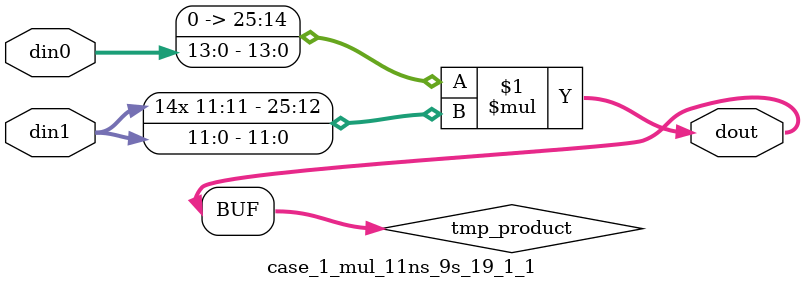
<source format=v>

`timescale 1 ns / 1 ps

 (* use_dsp = "no" *)  module case_1_mul_11ns_9s_19_1_1(din0, din1, dout);
parameter ID = 1;
parameter NUM_STAGE = 0;
parameter din0_WIDTH = 14;
parameter din1_WIDTH = 12;
parameter dout_WIDTH = 26;

input [din0_WIDTH - 1 : 0] din0; 
input [din1_WIDTH - 1 : 0] din1; 
output [dout_WIDTH - 1 : 0] dout;

wire signed [dout_WIDTH - 1 : 0] tmp_product;

























assign tmp_product = $signed({1'b0, din0}) * $signed(din1);










assign dout = tmp_product;





















endmodule

</source>
